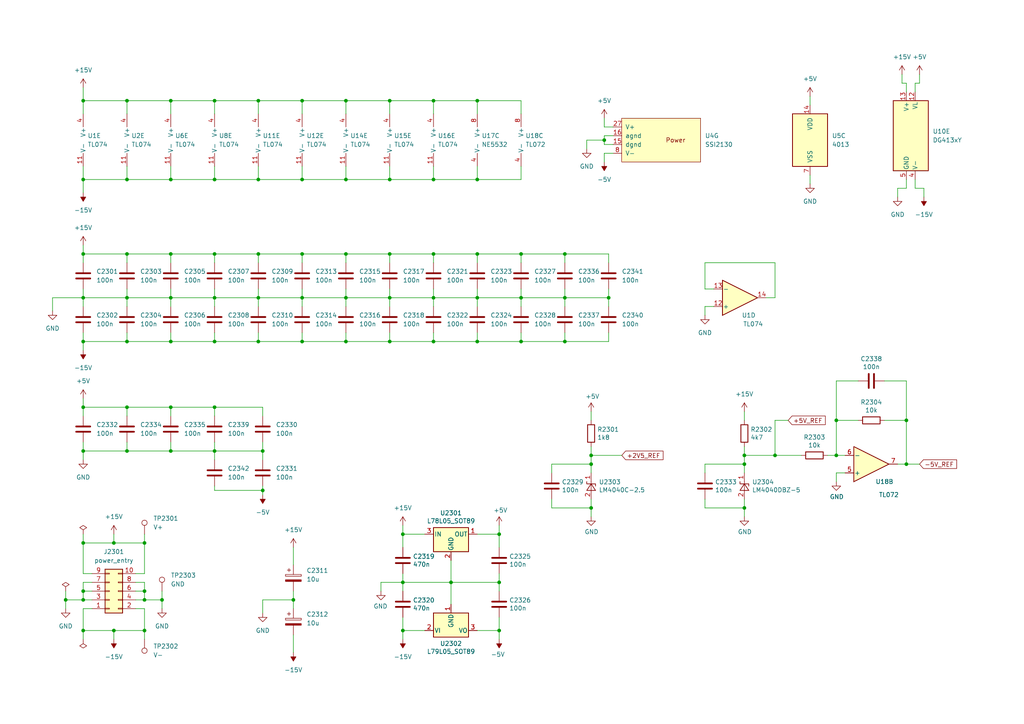
<source format=kicad_sch>
(kicad_sch (version 20211123) (generator eeschema)
  (paper "A4")
  (title_block (title "Josh Ox Ribon Synth Main VCO board") (date "2022-06-18") (rev "0") (comment 2 "creativecommons.org/licences/by/4.0") (comment 3 "license: CC by 4.0") (comment 4 "Author: Jordan Acete"))
  (junction (at 138.43 73.66))
  (junction (at 36.83 99.06))
  (junction (at 262.89 134.62))
  (junction (at 49.53 118.11))
  (junction (at 62.23 29.21))
  (junction (at 125.73 99.06))
  (junction (at 36.83 118.11))
  (junction (at 24.13 29.21))
  (junction (at 215.9 147.32))
  (junction (at 74.93 73.66))
  (junction (at 138.43 52.07))
  (junction (at 76.2 142.24))
  (junction (at 113.03 73.66))
  (junction (at 62.23 118.11))
  (junction (at 151.13 73.66))
  (junction (at 113.03 52.07))
  (junction (at 49.53 29.21))
  (junction (at 24.13 86.36))
  (junction (at 144.78 168.91))
  (junction (at 215.9 134.62))
  (junction (at 49.53 73.66))
  (junction (at 224.79 132.08))
  (junction (at 125.73 86.36))
  (junction (at 138.43 86.36))
  (junction (at 113.03 29.21))
  (junction (at 24.13 52.07))
  (junction (at 144.78 182.88))
  (junction (at 49.53 130.81))
  (junction (at 49.53 52.07))
  (junction (at 74.93 86.36))
  (junction (at 76.2 130.81))
  (junction (at 41.91 182.88))
  (junction (at 125.73 29.21))
  (junction (at 138.43 29.21))
  (junction (at 176.53 86.36))
  (junction (at 138.43 99.06))
  (junction (at 100.33 73.66))
  (junction (at 33.02 182.88))
  (junction (at 116.84 168.91))
  (junction (at 36.83 86.36))
  (junction (at 74.93 29.21))
  (junction (at 116.84 154.94))
  (junction (at 163.83 73.66))
  (junction (at 215.9 132.08))
  (junction (at 87.63 52.07))
  (junction (at 87.63 29.21))
  (junction (at 171.45 147.32))
  (junction (at 163.83 86.36))
  (junction (at 87.63 86.36))
  (junction (at 262.89 121.92))
  (junction (at 151.13 99.06))
  (junction (at 62.23 130.81))
  (junction (at 41.91 173.99))
  (junction (at 87.63 99.06))
  (junction (at 36.83 130.81))
  (junction (at 171.45 134.62))
  (junction (at 163.83 99.06))
  (junction (at 100.33 29.21))
  (junction (at 151.13 86.36))
  (junction (at 36.83 29.21))
  (junction (at 242.57 132.08))
  (junction (at 100.33 52.07))
  (junction (at 87.63 73.66))
  (junction (at 49.53 99.06))
  (junction (at 24.13 157.48))
  (junction (at 62.23 73.66))
  (junction (at 130.81 168.91))
  (junction (at 49.53 86.36))
  (junction (at 171.45 132.08))
  (junction (at 116.84 182.88))
  (junction (at 24.13 130.81))
  (junction (at 74.93 99.06))
  (junction (at 144.78 154.94))
  (junction (at 125.73 52.07))
  (junction (at 24.13 173.99))
  (junction (at 85.09 173.99))
  (junction (at 100.33 99.06))
  (junction (at 24.13 182.88))
  (junction (at 33.02 157.48))
  (junction (at 36.83 52.07))
  (junction (at 41.91 171.45))
  (junction (at 36.83 73.66))
  (junction (at 41.91 157.48))
  (junction (at 24.13 118.11))
  (junction (at 125.73 73.66))
  (junction (at 242.57 121.92))
  (junction (at 113.03 86.36))
  (junction (at 46.99 173.99))
  (junction (at 24.13 171.45))
  (junction (at 62.23 52.07))
  (junction (at 175.26 40.64))
  (junction (at 62.23 99.06))
  (junction (at 24.13 73.66))
  (junction (at 19.05 173.99))
  (junction (at 113.03 99.06))
  (junction (at 62.23 86.36))
  (junction (at 74.93 52.07))
  (junction (at 100.33 86.36))
  (junction (at 24.13 99.06))
  (wire (pts (xy 125.73 29.21) (xy 138.43 29.21)))
  (wire (pts (xy 224.79 76.2) (xy 224.79 86.36)))
  (wire (pts (xy 234.95 50.8) (xy 234.95 53.34)))
  (wire (pts (xy 100.33 86.36) (xy 100.33 88.9)))
  (wire (pts (xy 242.57 132.08) (xy 240.03 132.08)))
  (wire (pts (xy 41.91 157.48) (xy 33.02 157.48)))
  (wire (pts (xy 24.13 171.45) (xy 26.67 171.45)))
  (wire (pts (xy 87.63 86.36) (xy 100.33 86.36)))
  (wire (pts (xy 74.93 88.9) (xy 74.93 86.36)))
  (wire (pts (xy 138.43 52.07) (xy 138.43 48.26)))
  (wire (pts (xy 130.81 162.56) (xy 130.81 168.91)))
  (wire (pts (xy 138.43 52.07) (xy 151.13 52.07)))
  (wire (pts (xy 36.83 73.66) (xy 49.53 73.66)))
  (wire (pts (xy 39.37 171.45) (xy 41.91 171.45)))
  (wire (pts (xy 116.84 154.94) (xy 116.84 158.75)))
  (wire (pts (xy 262.89 52.07) (xy 262.89 54.61)))
  (wire (pts (xy 49.53 118.11) (xy 62.23 118.11)))
  (wire (pts (xy 171.45 149.86) (xy 171.45 147.32)))
  (wire (pts (xy 171.45 137.16) (xy 171.45 134.62)))
  (wire (pts (xy 260.35 134.62) (xy 262.89 134.62)))
  (wire (pts (xy 74.93 52.07) (xy 62.23 52.07)))
  (wire (pts (xy 74.93 29.21) (xy 62.23 29.21)))
  (wire (pts (xy 262.89 134.62) (xy 266.7 134.62)))
  (wire (pts (xy 260.35 54.61) (xy 262.89 54.61)))
  (wire (pts (xy 170.18 40.64) (xy 175.26 40.64)))
  (wire (pts (xy 33.02 182.88) (xy 41.91 182.88)))
  (wire (pts (xy 62.23 96.52) (xy 62.23 99.06)))
  (wire (pts (xy 62.23 140.97) (xy 62.23 142.24)))
  (wire (pts (xy 85.09 184.15) (xy 85.09 189.23)))
  (wire (pts (xy 33.02 182.88) (xy 33.02 185.42)))
  (wire (pts (xy 116.84 166.37) (xy 116.84 168.91)))
  (wire (pts (xy 266.7 21.59) (xy 266.7 24.13)))
  (wire (pts (xy 24.13 83.82) (xy 24.13 86.36)))
  (wire (pts (xy 242.57 121.92) (xy 242.57 110.49)))
  (wire (pts (xy 113.03 73.66) (xy 100.33 73.66)))
  (wire (pts (xy 87.63 52.07) (xy 74.93 52.07)))
  (wire (pts (xy 87.63 96.52) (xy 87.63 99.06)))
  (wire (pts (xy 138.43 182.88) (xy 144.78 182.88)))
  (wire (pts (xy 41.91 166.37) (xy 41.91 157.48)))
  (wire (pts (xy 49.53 86.36) (xy 49.53 88.9)))
  (wire (pts (xy 41.91 176.53) (xy 39.37 176.53)))
  (wire (pts (xy 224.79 121.92) (xy 224.79 132.08)))
  (wire (pts (xy 177.8 41.91) (xy 175.26 41.91)))
  (wire (pts (xy 125.73 83.82) (xy 125.73 86.36)))
  (wire (pts (xy 151.13 99.06) (xy 151.13 96.52)))
  (wire (pts (xy 74.93 99.06) (xy 87.63 99.06)))
  (wire (pts (xy 176.53 76.2) (xy 176.53 73.66)))
  (wire (pts (xy 36.83 52.07) (xy 24.13 52.07)))
  (wire (pts (xy 113.03 99.06) (xy 125.73 99.06)))
  (wire (pts (xy 215.9 121.92) (xy 215.9 119.38)))
  (wire (pts (xy 26.67 176.53) (xy 24.13 176.53)))
  (wire (pts (xy 267.97 57.15) (xy 267.97 54.61)))
  (wire (pts (xy 262.89 110.49) (xy 256.54 110.49)))
  (wire (pts (xy 87.63 29.21) (xy 100.33 29.21)))
  (wire (pts (xy 151.13 86.36) (xy 138.43 86.36)))
  (wire (pts (xy 125.73 29.21) (xy 113.03 29.21)))
  (wire (pts (xy 113.03 88.9) (xy 113.03 86.36)))
  (wire (pts (xy 204.47 88.9) (xy 207.01 88.9)))
  (wire (pts (xy 113.03 86.36) (xy 125.73 86.36)))
  (wire (pts (xy 151.13 73.66) (xy 138.43 73.66)))
  (wire (pts (xy 46.99 171.45) (xy 46.99 173.99)))
  (wire (pts (xy 151.13 86.36) (xy 163.83 86.36)))
  (wire (pts (xy 87.63 73.66) (xy 100.33 73.66)))
  (wire (pts (xy 215.9 132.08) (xy 224.79 132.08)))
  (wire (pts (xy 87.63 86.36) (xy 87.63 88.9)))
  (wire (pts (xy 130.81 168.91) (xy 144.78 168.91)))
  (wire (pts (xy 163.83 99.06) (xy 151.13 99.06)))
  (wire (pts (xy 49.53 118.11) (xy 49.53 120.65)))
  (wire (pts (xy 87.63 99.06) (xy 100.33 99.06)))
  (wire (pts (xy 85.09 171.45) (xy 85.09 173.99)))
  (wire (pts (xy 224.79 132.08) (xy 232.41 132.08)))
  (wire (pts (xy 74.93 99.06) (xy 74.93 96.52)))
  (wire (pts (xy 33.02 157.48) (xy 24.13 157.48)))
  (wire (pts (xy 242.57 139.7) (xy 242.57 137.16)))
  (wire (pts (xy 46.99 176.53) (xy 46.99 173.99)))
  (wire (pts (xy 24.13 29.21) (xy 24.13 33.02)))
  (wire (pts (xy 113.03 52.07) (xy 100.33 52.07)))
  (wire (pts (xy 87.63 73.66) (xy 87.63 76.2)))
  (wire (pts (xy 24.13 86.36) (xy 24.13 88.9)))
  (wire (pts (xy 175.26 40.64) (xy 175.26 39.37)))
  (wire (pts (xy 138.43 99.06) (xy 151.13 99.06)))
  (wire (pts (xy 163.83 73.66) (xy 151.13 73.66)))
  (wire (pts (xy 76.2 130.81) (xy 76.2 133.35)))
  (wire (pts (xy 113.03 86.36) (xy 100.33 86.36)))
  (wire (pts (xy 100.33 29.21) (xy 100.33 33.02)))
  (wire (pts (xy 248.92 121.92) (xy 242.57 121.92)))
  (wire (pts (xy 36.83 130.81) (xy 36.83 128.27)))
  (wire (pts (xy 36.83 48.26) (xy 36.83 52.07)))
  (wire (pts (xy 36.83 88.9) (xy 36.83 86.36)))
  (wire (pts (xy 74.93 86.36) (xy 62.23 86.36)))
  (wire (pts (xy 163.83 86.36) (xy 176.53 86.36)))
  (wire (pts (xy 171.45 147.32) (xy 171.45 144.78)))
  (wire (pts (xy 265.43 52.07) (xy 265.43 54.61)))
  (wire (pts (xy 41.91 154.94) (xy 41.91 157.48)))
  (wire (pts (xy 39.37 166.37) (xy 41.91 166.37)))
  (wire (pts (xy 110.49 171.45) (xy 110.49 168.91)))
  (wire (pts (xy 62.23 130.81) (xy 62.23 133.35)))
  (wire (pts (xy 62.23 128.27) (xy 62.23 130.81)))
  (wire (pts (xy 242.57 132.08) (xy 242.57 121.92)))
  (wire (pts (xy 151.13 76.2) (xy 151.13 73.66)))
  (wire (pts (xy 100.33 73.66) (xy 100.33 76.2)))
  (wire (pts (xy 138.43 29.21) (xy 151.13 29.21)))
  (wire (pts (xy 125.73 73.66) (xy 125.73 76.2)))
  (wire (pts (xy 160.02 144.78) (xy 160.02 147.32)))
  (wire (pts (xy 36.83 120.65) (xy 36.83 118.11)))
  (wire (pts (xy 36.83 130.81) (xy 24.13 130.81)))
  (wire (pts (xy 151.13 29.21) (xy 151.13 33.02)))
  (wire (pts (xy 76.2 177.8) (xy 76.2 173.99)))
  (wire (pts (xy 62.23 86.36) (xy 62.23 88.9)))
  (wire (pts (xy 144.78 154.94) (xy 144.78 158.75)))
  (wire (pts (xy 24.13 182.88) (xy 33.02 182.88)))
  (wire (pts (xy 113.03 52.07) (xy 113.03 48.26)))
  (wire (pts (xy 39.37 173.99) (xy 41.91 173.99)))
  (wire (pts (xy 125.73 52.07) (xy 113.03 52.07)))
  (wire (pts (xy 87.63 29.21) (xy 87.63 33.02)))
  (wire (pts (xy 74.93 86.36) (xy 74.93 83.82)))
  (wire (pts (xy 62.23 52.07) (xy 62.23 48.26)))
  (wire (pts (xy 175.26 41.91) (xy 175.26 40.64)))
  (wire (pts (xy 62.23 118.11) (xy 76.2 118.11)))
  (wire (pts (xy 24.13 168.91) (xy 24.13 171.45)))
  (wire (pts (xy 49.53 99.06) (xy 62.23 99.06)))
  (wire (pts (xy 100.33 96.52) (xy 100.33 99.06)))
  (wire (pts (xy 116.84 168.91) (xy 116.84 171.45)))
  (wire (pts (xy 175.26 46.99) (xy 175.26 44.45)))
  (wire (pts (xy 49.53 52.07) (xy 49.53 48.26)))
  (wire (pts (xy 41.91 173.99) (xy 41.91 171.45)))
  (wire (pts (xy 125.73 52.07) (xy 138.43 52.07)))
  (wire (pts (xy 15.24 86.36) (xy 24.13 86.36)))
  (wire (pts (xy 262.89 110.49) (xy 262.89 121.92)))
  (wire (pts (xy 62.23 73.66) (xy 62.23 76.2)))
  (wire (pts (xy 15.24 90.17) (xy 15.24 86.36)))
  (wire (pts (xy 144.78 179.07) (xy 144.78 182.88)))
  (wire (pts (xy 171.45 132.08) (xy 180.34 132.08)))
  (wire (pts (xy 262.89 121.92) (xy 262.89 134.62)))
  (wire (pts (xy 49.53 73.66) (xy 62.23 73.66)))
  (wire (pts (xy 123.19 182.88) (xy 116.84 182.88)))
  (wire (pts (xy 207.01 83.82) (xy 204.47 83.82)))
  (wire (pts (xy 215.9 134.62) (xy 215.9 132.08)))
  (wire (pts (xy 36.83 118.11) (xy 49.53 118.11)))
  (wire (pts (xy 116.84 168.91) (xy 130.81 168.91)))
  (wire (pts (xy 76.2 142.24) (xy 76.2 143.51)))
  (wire (pts (xy 138.43 73.66) (xy 138.43 76.2)))
  (wire (pts (xy 36.83 76.2) (xy 36.83 73.66)))
  (wire (pts (xy 242.57 110.49) (xy 248.92 110.49)))
  (wire (pts (xy 176.53 99.06) (xy 163.83 99.06)))
  (wire (pts (xy 113.03 76.2) (xy 113.03 73.66)))
  (wire (pts (xy 163.83 76.2) (xy 163.83 73.66)))
  (wire (pts (xy 24.13 171.45) (xy 24.13 173.99)))
  (wire (pts (xy 116.84 185.42) (xy 116.84 182.88)))
  (wire (pts (xy 36.83 99.06) (xy 49.53 99.06)))
  (wire (pts (xy 74.93 73.66) (xy 62.23 73.66)))
  (wire (pts (xy 24.13 157.48) (xy 24.13 166.37)))
  (wire (pts (xy 151.13 86.36) (xy 151.13 83.82)))
  (wire (pts (xy 39.37 168.91) (xy 41.91 168.91)))
  (wire (pts (xy 265.43 24.13) (xy 266.7 24.13)))
  (wire (pts (xy 62.23 83.82) (xy 62.23 86.36)))
  (wire (pts (xy 123.19 154.94) (xy 116.84 154.94)))
  (wire (pts (xy 260.35 54.61) (xy 260.35 57.15)))
  (wire (pts (xy 49.53 130.81) (xy 49.53 128.27)))
  (wire (pts (xy 24.13 166.37) (xy 26.67 166.37)))
  (wire (pts (xy 261.62 21.59) (xy 261.62 24.13)))
  (wire (pts (xy 204.47 144.78) (xy 204.47 147.32)))
  (wire (pts (xy 176.53 73.66) (xy 163.83 73.66)))
  (wire (pts (xy 215.9 147.32) (xy 215.9 149.86)))
  (wire (pts (xy 24.13 176.53) (xy 24.13 182.88)))
  (wire (pts (xy 24.13 99.06) (xy 36.83 99.06)))
  (wire (pts (xy 228.6 121.92) (xy 224.79 121.92)))
  (wire (pts (xy 36.83 29.21) (xy 36.83 33.02)))
  (wire (pts (xy 125.73 29.21) (xy 125.73 33.02)))
  (wire (pts (xy 110.49 168.91) (xy 116.84 168.91)))
  (wire (pts (xy 49.53 73.66) (xy 49.53 76.2)))
  (wire (pts (xy 144.78 185.42) (xy 144.78 182.88)))
  (wire (pts (xy 171.45 134.62) (xy 171.45 132.08)))
  (wire (pts (xy 36.83 86.36) (xy 24.13 86.36)))
  (wire (pts (xy 24.13 115.57) (xy 24.13 118.11)))
  (wire (pts (xy 171.45 132.08) (xy 171.45 129.54)))
  (wire (pts (xy 87.63 52.07) (xy 87.63 48.26)))
  (wire (pts (xy 170.18 40.64) (xy 170.18 43.18)))
  (wire (pts (xy 113.03 73.66) (xy 125.73 73.66)))
  (wire (pts (xy 49.53 52.07) (xy 36.83 52.07)))
  (wire (pts (xy 160.02 147.32) (xy 171.45 147.32)))
  (wire (pts (xy 113.03 29.21) (xy 100.33 29.21)))
  (wire (pts (xy 74.93 73.66) (xy 87.63 73.66)))
  (wire (pts (xy 163.83 86.36) (xy 163.83 88.9)))
  (wire (pts (xy 224.79 86.36) (xy 222.25 86.36)))
  (wire (pts (xy 160.02 134.62) (xy 171.45 134.62)))
  (wire (pts (xy 36.83 99.06) (xy 36.83 96.52)))
  (wire (pts (xy 74.93 86.36) (xy 87.63 86.36)))
  (wire (pts (xy 36.83 86.36) (xy 36.83 83.82)))
  (wire (pts (xy 116.84 182.88) (xy 116.84 179.07)))
  (wire (pts (xy 204.47 83.82) (xy 204.47 76.2)))
  (wire (pts (xy 87.63 29.21) (xy 74.93 29.21)))
  (wire (pts (xy 41.91 171.45) (xy 41.91 168.91)))
  (wire (pts (xy 49.53 29.21) (xy 49.53 33.02)))
  (wire (pts (xy 138.43 96.52) (xy 138.43 99.06)))
  (wire (pts (xy 49.53 83.82) (xy 49.53 86.36)))
  (wire (pts (xy 24.13 25.4) (xy 24.13 29.21)))
  (wire (pts (xy 49.53 29.21) (xy 36.83 29.21)))
  (wire (pts (xy 74.93 76.2) (xy 74.93 73.66)))
  (wire (pts (xy 138.43 29.21) (xy 138.43 33.02)))
  (wire (pts (xy 49.53 96.52) (xy 49.53 99.06)))
  (wire (pts (xy 242.57 137.16) (xy 245.11 137.16)))
  (wire (pts (xy 85.09 158.75) (xy 85.09 163.83)))
  (wire (pts (xy 24.13 55.88) (xy 24.13 52.07)))
  (wire (pts (xy 49.53 29.21) (xy 62.23 29.21)))
  (wire (pts (xy 49.53 52.07) (xy 62.23 52.07)))
  (wire (pts (xy 204.47 137.16) (xy 204.47 134.62)))
  (wire (pts (xy 49.53 86.36) (xy 62.23 86.36)))
  (wire (pts (xy 76.2 128.27) (xy 76.2 130.81)))
  (wire (pts (xy 87.63 83.82) (xy 87.63 86.36)))
  (wire (pts (xy 76.2 140.97) (xy 76.2 142.24)))
  (wire (pts (xy 204.47 91.44) (xy 204.47 88.9)))
  (wire (pts (xy 125.73 86.36) (xy 138.43 86.36)))
  (wire (pts (xy 24.13 128.27) (xy 24.13 130.81)))
  (wire (pts (xy 49.53 130.81) (xy 62.23 130.81)))
  (wire (pts (xy 62.23 142.24) (xy 76.2 142.24)))
  (wire (pts (xy 41.91 185.42) (xy 41.91 182.88)))
  (wire (pts (xy 113.03 99.06) (xy 113.03 96.52)))
  (wire (pts (xy 24.13 48.26) (xy 24.13 52.07)))
  (wire (pts (xy 125.73 86.36) (xy 125.73 88.9)))
  (wire (pts (xy 176.53 86.36) (xy 176.53 88.9)))
  (wire (pts (xy 125.73 96.52) (xy 125.73 99.06)))
  (wire (pts (xy 19.05 171.45) (xy 19.05 173.99)))
  (wire (pts (xy 24.13 118.11) (xy 24.13 120.65)))
  (wire (pts (xy 24.13 99.06) (xy 24.13 101.6)))
  (wire (pts (xy 176.53 96.52) (xy 176.53 99.06)))
  (wire (pts (xy 144.78 154.94) (xy 138.43 154.94)))
  (wire (pts (xy 74.93 29.21) (xy 74.93 33.02)))
  (wire (pts (xy 130.81 175.26) (xy 130.81 168.91)))
  (wire (pts (xy 160.02 137.16) (xy 160.02 134.62)))
  (wire (pts (xy 204.47 147.32) (xy 215.9 147.32)))
  (wire (pts (xy 19.05 173.99) (xy 24.13 173.99)))
  (wire (pts (xy 24.13 96.52) (xy 24.13 99.06)))
  (wire (pts (xy 175.26 36.83) (xy 177.8 36.83)))
  (wire (pts (xy 204.47 76.2) (xy 224.79 76.2)))
  (wire (pts (xy 19.05 176.53) (xy 19.05 173.99)))
  (wire (pts (xy 151.13 52.07) (xy 151.13 48.26)))
  (wire (pts (xy 144.78 168.91) (xy 144.78 166.37)))
  (wire (pts (xy 176.53 86.36) (xy 176.53 83.82)))
  (wire (pts (xy 234.95 27.94) (xy 234.95 30.48)))
  (wire (pts (xy 36.83 118.11) (xy 24.13 118.11)))
  (wire (pts (xy 85.09 173.99) (xy 85.09 176.53)))
  (wire (pts (xy 125.73 52.07) (xy 125.73 48.26)))
  (wire (pts (xy 144.78 152.4) (xy 144.78 154.94)))
  (wire (pts (xy 62.23 29.21) (xy 62.23 33.02)))
  (wire (pts (xy 151.13 88.9) (xy 151.13 86.36)))
  (wire (pts (xy 36.83 130.81) (xy 49.53 130.81)))
  (wire (pts (xy 215.9 144.78) (xy 215.9 147.32)))
  (wire (pts (xy 76.2 118.11) (xy 76.2 120.65)))
  (wire (pts (xy 24.13 133.35) (xy 24.13 130.81)))
  (wire (pts (xy 46.99 173.99) (xy 41.91 173.99)))
  (wire (pts (xy 163.83 96.52) (xy 163.83 99.06)))
  (wire (pts (xy 74.93 52.07) (xy 74.93 48.26)))
  (wire (pts (xy 125.73 73.66) (xy 138.43 73.66)))
  (wire (pts (xy 24.13 71.12) (xy 24.13 73.66)))
  (wire (pts (xy 175.26 44.45) (xy 177.8 44.45)))
  (wire (pts (xy 171.45 119.38) (xy 171.45 121.92)))
  (wire (pts (xy 87.63 52.07) (xy 100.33 52.07)))
  (wire (pts (xy 33.02 154.94) (xy 33.02 157.48)))
  (wire (pts (xy 36.83 73.66) (xy 24.13 73.66)))
  (wire (pts (xy 24.13 168.91) (xy 26.67 168.91)))
  (wire (pts (xy 76.2 173.99) (xy 85.09 173.99)))
  (wire (pts (xy 204.47 134.62) (xy 215.9 134.62)))
  (wire (pts (xy 265.43 24.13) (xy 265.43 26.67)))
  (wire (pts (xy 41.91 182.88) (xy 41.91 176.53)))
  (wire (pts (xy 215.9 137.16) (xy 215.9 134.62)))
  (wire (pts (xy 256.54 121.92) (xy 262.89 121.92)))
  (wire (pts (xy 24.13 185.42) (xy 24.13 182.88)))
  (wire (pts (xy 144.78 171.45) (xy 144.78 168.91)))
  (wire (pts (xy 62.23 99.06) (xy 74.93 99.06)))
  (wire (pts (xy 125.73 99.06) (xy 138.43 99.06)))
  (wire (pts (xy 36.83 86.36) (xy 49.53 86.36)))
  (wire (pts (xy 215.9 132.08) (xy 215.9 129.54)))
  (wire (pts (xy 262.89 26.67) (xy 262.89 24.13)))
  (wire (pts (xy 175.26 34.29) (xy 175.26 36.83)))
  (wire (pts (xy 26.67 173.99) (xy 24.13 173.99)))
  (wire (pts (xy 100.33 52.07) (xy 100.33 48.26)))
  (wire (pts (xy 138.43 83.82) (xy 138.43 86.36)))
  (wire (pts (xy 175.26 39.37) (xy 177.8 39.37)))
  (wire (pts (xy 267.97 54.61) (xy 265.43 54.61)))
  (wire (pts (xy 62.23 118.11) (xy 62.23 120.65)))
  (wire (pts (xy 245.11 132.08) (xy 242.57 132.08)))
  (wire (pts (xy 138.43 86.36) (xy 138.43 88.9)))
  (wire (pts (xy 163.83 83.82) (xy 163.83 86.36)))
  (wire (pts (xy 100.33 99.06) (xy 113.03 99.06)))
  (wire (pts (xy 24.13 154.94) (xy 24.13 157.48)))
  (wire (pts (xy 262.89 24.13) (xy 261.62 24.13)))
  (wire (pts (xy 24.13 73.66) (xy 24.13 76.2)))
  (wire (pts (xy 113.03 29.21) (xy 113.03 33.02)))
  (wire (pts (xy 113.03 86.36) (xy 113.03 83.82)))
  (wire (pts (xy 36.83 29.21) (xy 24.13 29.21)))
  (wire (pts (xy 116.84 152.4) (xy 116.84 154.94)))
  (wire (pts (xy 100.33 83.82) (xy 100.33 86.36)))
  (wire (pts (xy 62.23 130.81) (xy 76.2 130.81)))
  (global_label "+2V5_REF" (shape input) (at 180.34 132.08 0) (property "Intersheet References" "${INTERSHEET_REFS}" (effects hide)))
  (global_label "+5V_REF" (shape input) (at 228.6 121.92 0) (property "Intersheet References" "${INTERSHEET_REFS}" (effects hide)))
  (global_label "-5V_REF" (shape input) (at 266.7 134.62 0) (property "Intersheet References" "${INTERSHEET_REFS}" (effects hide)))
  (symbol (lib_id "Amplifier_Operational:TL074") (at 115.57 40.64 0) (unit 5)
    (property "Reference" "U15" (at 114.3 39.3699 0) (effects (justify left)))
    (property "Value" "TL074" (at 114.3 41.9099 0) (effects (justify left)))
    (property "Footprint" "Package_SO:SOIC-14_3.9x8.7mm_P1.27mm" (effects hide))
    (property "Datasheet" "http://www.ti.com/lit/ds/symlink/tl071.pdf" (effects hide))
  )
  (symbol (lib_id "Device:C") (at 87.63 80.01 0) (unit 1)
    (property "Reference" "C2313" (at 91.44 78.7399 0) (effects (justify left)))
    (property "Value" "100n" (at 91.44 81.2799 0) (effects (justify left)))
    (property "Footprint" "Capacitor_SMD:C_0805_2012Metric" (effects hide))
  )
  (symbol (lib_id "Connector:TestPoint") (at 41.91 185.42 180) (unit 1) (in_bom no)
    (property "Reference" "TP2302" (at 44.45 187.4519 0) (effects (justify right)))
    (property "Value" "V-" (at 44.45 189.9919 0) (effects (justify right)))
    (property "Footprint" "TestPoint:TestPoint_Keystone_5000-5004_Miniature" (effects hide))
  )
  (symbol (lib_id "Regulator_Linear:L79L05_SOT89") (at 130.81 182.88 0) (unit 1)
    (property "Reference" "U2302" (at 130.81 186.6646 0))
    (property "Value" "L79L05_SOT89" (at 130.81 188.976 0))
    (property "Footprint" "Package_TO_SOT_SMD:SOT-89-3" (effects hide))
    (property "Datasheet" "http://www.farnell.com/datasheets/1827870.pdf" (effects hide))
  )
  (symbol (lib_id "power:GND") (at 110.49 171.45 0) (mirror y) (unit 1)
    (property "Reference" "#PWR02313" (effects hide))
    (property "Value" "GND" (at 110.363 175.8442 0))
  )
  (symbol (lib_id "Device:C") (at 160.02 140.97 0) (unit 1)
    (property "Reference" "C2329" (at 162.941 139.8016 0) (effects (justify left)))
    (property "Value" "100n" (at 162.941 142.113 0) (effects (justify left)))
    (property "Footprint" "Capacitor_SMD:C_0805_2012Metric" (effects hide))
  )
  (symbol (lib_id "Device:R") (at 215.9 125.73 0) (unit 1)
    (property "Reference" "R2302" (at 217.678 124.5616 0) (effects (justify left)))
    (property "Value" "4k7" (at 217.678 126.873 0) (effects (justify left)))
    (property "Footprint" "Resistor_SMD:R_0805_2012Metric" (effects hide))
  )
  (symbol (lib_id "Device:C") (at 24.13 124.46 0) (unit 1)
    (property "Reference" "C2332" (at 27.94 123.1899 0) (effects (justify left)))
    (property "Value" "100n" (at 27.94 125.7299 0) (effects (justify left)))
    (property "Footprint" "Capacitor_SMD:C_0805_2012Metric" (effects hide))
  )
  (symbol (lib_id "Connector:TestPoint") (at 46.99 171.45 0) (unit 1) (in_bom no)
    (property "Reference" "TP2303" (at 49.53 166.8779 0) (effects (justify left)))
    (property "Value" "GND" (at 49.53 169.4179 0) (effects (justify left)))
    (property "Footprint" "TestPoint:TestPoint_Bridge_Pitch7.62mm_Drill1.3mm" (effects hide))
  )
  (symbol (lib_id "Device:R") (at 171.45 125.73 0) (unit 1)
    (property "Reference" "R2301" (at 173.228 124.5616 0) (effects (justify left)))
    (property "Value" "1k8" (at 173.228 126.873 0) (effects (justify left)))
    (property "Footprint" "Resistor_SMD:R_0805_2012Metric" (effects hide))
  )
  (symbol (lib_id "power:+5V") (at 171.45 119.38 0) (unit 1)
    (property "Reference" "#PWR02322" (effects hide))
    (property "Value" "+5V" (at 171.831 114.9858 0))
  )
  (symbol (lib_id "power:-15V") (at 33.02 185.42 180) (unit 1)
    (property "Reference" "#PWR02308" (effects hide))
    (property "Value" "-15V" (at 33.02 190.5 0))
  )
  (symbol (lib_id "Device:C") (at 138.43 80.01 0) (unit 1)
    (property "Reference" "C2323" (at 142.24 78.7399 0) (effects (justify left)))
    (property "Value" "100n" (at 142.24 81.2799 0) (effects (justify left)))
    (property "Footprint" "Capacitor_SMD:C_0805_2012Metric" (effects hide))
  )
  (symbol (lib_id "Device:C") (at 49.53 92.71 0) (unit 1)
    (property "Reference" "C2306" (at 53.34 91.4399 0) (effects (justify left)))
    (property "Value" "100n" (at 53.34 93.9799 0) (effects (justify left)))
    (property "Footprint" "Capacitor_SMD:C_0805_2012Metric" (effects hide))
  )
  (symbol (lib_id "Device:C") (at 176.53 92.71 0) (unit 1)
    (property "Reference" "C2340" (at 180.34 91.4399 0) (effects (justify left)))
    (property "Value" "100n" (at 180.34 93.9799 0) (effects (justify left)))
    (property "Footprint" "Capacitor_SMD:C_0805_2012Metric" (effects hide))
  )
  (symbol (lib_id "Device:R") (at 252.73 121.92 270) (unit 1)
    (property "Reference" "R2304" (at 252.73 116.6622 90))
    (property "Value" "10k" (at 252.73 118.9736 90))
    (property "Footprint" "Resistor_SMD:R_0805_2012Metric" (effects hide))
  )
  (symbol (lib_id "Reference_Voltage:LM4040DBZ-2.5") (at 171.45 140.97 90) (unit 1)
    (property "Reference" "U2303" (at 173.6852 139.8016 90) (effects (justify right)))
    (property "Value" "LM4040C-2.5" (at 173.6852 142.113 90) (effects (justify right)))
    (property "Footprint" "Package_TO_SOT_SMD:SOT-23" (effects hide))
    (property "Datasheet" "http://www.ti.com/lit/ds/symlink/lm4040-n.pdf" (effects hide))
  )
  (symbol (lib_id "Device:C") (at 163.83 92.71 0) (unit 1)
    (property "Reference" "C2337" (at 167.64 91.4399 0) (effects (justify left)))
    (property "Value" "100n" (at 167.64 93.9799 0) (effects (justify left)))
    (property "Footprint" "Capacitor_SMD:C_0805_2012Metric" (effects hide))
  )
  (symbol (lib_id "power:+15V") (at 116.84 152.4 0) (unit 1)
    (property "Reference" "#PWR0110" (effects hide))
    (property "Value" "+15V" (at 116.84 147.32 0))
  )
  (symbol (lib_id "Device:C") (at 125.73 80.01 0) (unit 1)
    (property "Reference" "C2321" (at 129.54 78.7399 0) (effects (justify left)))
    (property "Value" "100n" (at 129.54 81.2799 0) (effects (justify left)))
    (property "Footprint" "Capacitor_SMD:C_0805_2012Metric" (effects hide))
  )
  (symbol (lib_id "Amplifier_Operational:TL074") (at 90.17 40.64 0) (unit 5)
    (property "Reference" "U12" (at 88.9 39.3699 0) (effects (justify left)))
    (property "Value" "TL074" (at 88.9 41.9099 0) (effects (justify left)))
    (property "Footprint" "Package_SO:SOIC-14_3.9x8.7mm_P1.27mm" (effects hide))
    (property "Datasheet" "http://www.ti.com/lit/ds/symlink/tl071.pdf" (effects hide))
  )
  (symbol (lib_id "power:-15V") (at 24.13 55.88 180) (unit 1)
    (property "Reference" "#PWR02304" (effects hide))
    (property "Value" "-15V" (at 24.13 60.96 0))
  )
  (symbol (lib_id "Device:C") (at 163.83 80.01 0) (unit 1)
    (property "Reference" "C2336" (at 167.64 78.7399 0) (effects (justify left)))
    (property "Value" "100n" (at 167.64 81.2799 0) (effects (justify left)))
    (property "Footprint" "Capacitor_SMD:C_0805_2012Metric" (effects hide))
  )
  (symbol (lib_id "Device:C") (at 49.53 124.46 0) (unit 1)
    (property "Reference" "C2335" (at 53.34 123.1899 0) (effects (justify left)))
    (property "Value" "100n" (at 53.34 125.7299 0) (effects (justify left)))
    (property "Footprint" "Capacitor_SMD:C_0805_2012Metric" (effects hide))
  )
  (symbol (lib_id "Device:C") (at 100.33 92.71 0) (unit 1)
    (property "Reference" "C2316" (at 104.14 91.4399 0) (effects (justify left)))
    (property "Value" "100n" (at 104.14 93.9799 0) (effects (justify left)))
    (property "Footprint" "Capacitor_SMD:C_0805_2012Metric" (effects hide))
  )
  (symbol (lib_id "power:-15V") (at 267.97 57.15 180) (unit 1)
    (property "Reference" "#PWR0117" (effects hide))
    (property "Value" "-15V" (at 267.97 62.23 0))
  )
  (symbol (lib_id "power:-15V") (at 24.13 101.6 180) (unit 1)
    (property "Reference" "#PWR02306" (effects hide))
    (property "Value" "-15V" (at 24.13 106.68 0))
  )
  (symbol (lib_id "Regulator_Linear:L78L05_SOT89") (at 130.81 154.94 0) (unit 1)
    (property "Reference" "U2301" (at 130.81 148.7932 0))
    (property "Value" "L78L05_SOT89" (at 130.81 151.1046 0))
    (property "Footprint" "Package_TO_SOT_SMD:SOT-89-3" (effects hide))
    (property "Datasheet" "http://www.st.com/content/ccc/resource/technical/document/datasheet/15/55/e5/aa/23/5b/43/fd/CD00000446.pdf/files/CD00000446.pdf/jcr:content/translations/en.CD00000446.pdf" (effects hide))
  )
  (symbol (lib_id "Device:C") (at 151.13 92.71 0) (unit 1)
    (property "Reference" "C2328" (at 154.94 91.4399 0) (effects (justify left)))
    (property "Value" "100n" (at 154.94 93.9799 0) (effects (justify left)))
    (property "Footprint" "Capacitor_SMD:C_0805_2012Metric" (effects hide))
  )
  (symbol (lib_id "Device:C") (at 116.84 162.56 0) (unit 1)
    (property "Reference" "C2319" (at 119.761 161.3916 0) (effects (justify left)))
    (property "Value" "470n" (at 119.761 163.703 0) (effects (justify left)))
    (property "Footprint" "Capacitor_SMD:C_0805_2012Metric" (effects hide))
  )
  (symbol (lib_id "power:+15V") (at 24.13 71.12 0) (unit 1)
    (property "Reference" "#PWR02305" (effects hide))
    (property "Value" "+15V" (at 24.13 66.04 0))
  )
  (symbol (lib_id "power:GND") (at 46.99 176.53 0) (unit 1)
    (property "Reference" "#PWR02309" (effects hide))
    (property "Value" "GND" (at 46.99 181.61 0))
  )
  (symbol (lib_id "power:GND") (at 242.57 139.7 0) (unit 1)
    (property "Reference" "#PWR02336" (effects hide))
    (property "Value" "GND" (at 242.697 144.0942 0))
  )
  (symbol (lib_id "Device:C") (at 76.2 137.16 0) (unit 1)
    (property "Reference" "C2331" (at 80.01 135.8899 0) (effects (justify left)))
    (property "Value" "100n" (at 80.01 138.4299 0) (effects (justify left)))
    (property "Footprint" "Capacitor_SMD:C_0805_2012Metric" (effects hide))
  )
  (symbol (lib_id "power:GND") (at 215.9 149.86 0) (unit 1)
    (property "Reference" "#PWR02331" (effects hide))
    (property "Value" "GND" (at 216.027 154.2542 0))
  )
  (symbol (lib_id "Device:C") (at 100.33 80.01 0) (unit 1)
    (property "Reference" "C2315" (at 104.14 78.7399 0) (effects (justify left)))
    (property "Value" "100n" (at 104.14 81.2799 0) (effects (justify left)))
    (property "Footprint" "Capacitor_SMD:C_0805_2012Metric" (effects hide))
  )
  (symbol (lib_id "power:+5V") (at 266.7 21.59 0) (unit 1)
    (property "Reference" "#PWR0118" (effects hide))
    (property "Value" "+5V" (at 266.7 16.51 0))
  )
  (symbol (lib_id "Amplifier_Operational:TL074") (at 64.77 40.64 0) (unit 5)
    (property "Reference" "U8" (at 63.5 39.3699 0) (effects (justify left)))
    (property "Value" "TL074" (at 63.5 41.9099 0) (effects (justify left)))
    (property "Footprint" "Package_SO:SOIC-14_3.9x8.7mm_P1.27mm" (effects hide))
    (property "Datasheet" "http://www.ti.com/lit/ds/symlink/tl071.pdf" (effects hide))
  )
  (symbol (lib_id "Device:C") (at 62.23 137.16 0) (unit 1)
    (property "Reference" "C2342" (at 66.04 135.8899 0) (effects (justify left)))
    (property "Value" "100n" (at 66.04 138.4299 0) (effects (justify left)))
    (property "Footprint" "Capacitor_SMD:C_0805_2012Metric" (effects hide))
  )
  (symbol (lib_id "Device:C") (at 113.03 92.71 0) (unit 1)
    (property "Reference" "C2318" (at 116.84 91.4399 0) (effects (justify left)))
    (property "Value" "100n" (at 116.84 93.9799 0) (effects (justify left)))
    (property "Footprint" "Capacitor_SMD:C_0805_2012Metric" (effects hide))
  )
  (symbol (lib_id "power:GND") (at 24.13 133.35 0) (unit 1)
    (property "Reference" "#PWR02327" (effects hide))
    (property "Value" "GND" (at 24.13 138.43 0))
  )
  (symbol (lib_id "4xxx:4013") (at 234.95 40.64 0) (unit 3)
    (property "Reference" "U5" (at 241.3 39.3699 0) (effects (justify left)))
    (property "Value" "4013" (at 241.3 41.9099 0) (effects (justify left)))
    (property "Footprint" "Package_SO:SOIC-14_3.9x8.7mm_P1.27mm" (effects hide))
    (property "Datasheet" "http://www.onsemi.com/pub/Collateral/MC14013B-D.PDF" (effects hide))
  )
  (symbol (lib_id "Analog_Switch:DG413xY") (at 262.89 39.37 0) (unit 5)
    (property "Reference" "U10" (at 270.51 38.0999 0) (effects (justify left)))
    (property "Value" "DG413xY" (at 270.51 40.6399 0) (effects (justify left)))
    (property "Footprint" "Package_SO:SOIC-16_3.9x9.9mm_P1.27mm" (effects hide))
    (property "Datasheet" "https://datasheets.maximintegrated.com/en/ds/DG411-DG413.pdf" (effects hide))
  )
  (symbol (lib_id "Device:C") (at 252.73 110.49 270) (unit 1)
    (property "Reference" "C2338" (at 252.73 104.0892 90))
    (property "Value" "100n" (at 252.73 106.4006 90))
    (property "Footprint" "Capacitor_SMD:C_0805_2012Metric" (effects hide))
  )
  (symbol (lib_id "Device:C") (at 36.83 124.46 0) (unit 1)
    (property "Reference" "C2334" (at 40.64 123.1899 0) (effects (justify left)))
    (property "Value" "100n" (at 40.64 125.7299 0) (effects (justify left)))
    (property "Footprint" "Capacitor_SMD:C_0805_2012Metric" (effects hide))
  )
  (symbol (lib_id "power:GND") (at 204.47 91.44 0) (unit 1)
    (property "Reference" "#PWR0119" (effects hide))
    (property "Value" "GND" (at 204.47 96.52 0))
  )
  (symbol (lib_id "Device:C") (at 113.03 80.01 0) (unit 1)
    (property "Reference" "C2317" (at 116.84 78.7399 0) (effects (justify left)))
    (property "Value" "100n" (at 116.84 81.2799 0) (effects (justify left)))
    (property "Footprint" "Capacitor_SMD:C_0805_2012Metric" (effects hide))
  )
  (symbol (lib_id "power:+15V") (at 85.09 158.75 0) (unit 1)
    (property "Reference" "#PWR02311" (effects hide))
    (property "Value" "+15V" (at 85.09 153.67 0))
  )
  (symbol (lib_id "power:PWR_FLAG") (at 19.05 171.45 0) (unit 1)
    (property "Reference" "#FLG02301" (effects hide))
    (property "Value" "PWR_FLAG" (effects hide))
  )
  (symbol (lib_id "power:-15V") (at 85.09 189.23 180) (unit 1)
    (property "Reference" "#PWR02312" (effects hide))
    (property "Value" "-15V" (at 85.09 194.31 0))
  )
  (symbol (lib_id "Device:C") (at 87.63 92.71 0) (unit 1)
    (property "Reference" "C2314" (at 91.44 91.4399 0) (effects (justify left)))
    (property "Value" "100n" (at 91.44 93.9799 0) (effects (justify left)))
    (property "Footprint" "Capacitor_SMD:C_0805_2012Metric" (effects hide))
  )
  (symbol (lib_id "Amplifier_Operational:TL074") (at 77.47 40.64 0) (unit 5)
    (property "Reference" "U11" (at 76.2 39.3699 0) (effects (justify left)))
    (property "Value" "TL074" (at 76.2 41.9099 0) (effects (justify left)))
    (property "Footprint" "Package_SO:SOIC-14_3.9x8.7mm_P1.27mm" (effects hide))
    (property "Datasheet" "http://www.ti.com/lit/ds/symlink/tl071.pdf" (effects hide))
  )
  (symbol (lib_id "Device:C") (at 74.93 80.01 0) (unit 1)
    (property "Reference" "C2309" (at 78.74 78.7399 0) (effects (justify left)))
    (property "Value" "100n" (at 78.74 81.2799 0) (effects (justify left)))
    (property "Footprint" "Capacitor_SMD:C_0805_2012Metric" (effects hide))
  )
  (symbol (lib_id "power:GND") (at 234.95 53.34 0) (unit 1)
    (property "Reference" "#PWR02329" (effects hide))
    (property "Value" "GND" (at 234.95 58.42 0))
  )
  (symbol (lib_id "power:+5V") (at 24.13 115.57 0) (unit 1)
    (property "Reference" "#PWR02326" (effects hide))
    (property "Value" "+5V" (at 24.13 110.49 0))
  )
  (symbol (lib_id "Device:C") (at 144.78 175.26 0) (unit 1)
    (property "Reference" "C2326" (at 147.701 174.0916 0) (effects (justify left)))
    (property "Value" "100n" (at 147.701 176.403 0) (effects (justify left)))
    (property "Footprint" "Capacitor_SMD:C_0805_2012Metric" (effects hide))
  )
  (symbol (lib_id "power:GND") (at 19.05 176.53 0) (mirror y) (unit 1)
    (property "Reference" "#PWR02302" (effects hide))
    (property "Value" "GND" (at 19.05 181.61 0))
  )
  (symbol (lib_id "Amplifier_Operational:TL074") (at 128.27 40.64 0) (unit 5)
    (property "Reference" "U16" (at 127 39.3699 0) (effects (justify left)))
    (property "Value" "TL074" (at 127 41.9099 0) (effects (justify left)))
    (property "Footprint" "Package_SO:SOIC-14_3.9x8.7mm_P1.27mm" (effects hide))
    (property "Datasheet" "http://www.ti.com/lit/ds/symlink/tl071.pdf" (effects hide))
  )
  (symbol (lib_id "power:+15V") (at 24.13 25.4 0) (unit 1)
    (property "Reference" "#PWR02303" (effects hide))
    (property "Value" "+15V" (at 24.13 20.32 0))
  )
  (symbol (lib_id "Device:C") (at 125.73 92.71 0) (unit 1)
    (property "Reference" "C2322" (at 129.54 91.4399 0) (effects (justify left)))
    (property "Value" "100n" (at 129.54 93.9799 0) (effects (justify left)))
    (property "Footprint" "Capacitor_SMD:C_0805_2012Metric" (effects hide))
  )
  (symbol (lib_id "Amplifier_Operational:TL074") (at 214.63 86.36 0) (mirror x) (unit 4)
    (property "Reference" "U1" (at 217.17 91.44 0))
    (property "Value" "TL074" (at 218.44 93.98 0))
    (property "Datasheet" "http://www.ti.com/lit/ds/symlink/tl071.pdf" (effects hide))
  )
  (symbol (lib_id "Amplifier_Operational:TL074") (at 39.37 40.64 0) (unit 5)
    (property "Reference" "U2" (at 38.1 39.3699 0) (effects (justify left)))
    (property "Value" "TL074" (at 38.1 41.9099 0) (effects (justify left)))
    (property "Footprint" "Package_SO:SOIC-14_3.9x8.7mm_P1.27mm" (effects hide))
    (property "Datasheet" "http://www.ti.com/lit/ds/symlink/tl071.pdf" (effects hide))
  )
  (symbol (lib_id "power:GND") (at 171.45 149.86 0) (unit 1)
    (property "Reference" "#PWR02323" (effects hide))
    (property "Value" "GND" (at 171.577 154.2542 0))
  )
  (symbol (lib_id "Device:C") (at 36.83 80.01 0) (unit 1)
    (property "Reference" "C2303" (at 40.64 78.7399 0) (effects (justify left)))
    (property "Value" "100n" (at 40.64 81.2799 0) (effects (justify left)))
    (property "Footprint" "Capacitor_SMD:C_0805_2012Metric" (effects hide))
  )
  (symbol (lib_id "Device:C") (at 36.83 92.71 0) (unit 1)
    (property "Reference" "C2304" (at 40.64 91.4399 0) (effects (justify left)))
    (property "Value" "100n" (at 40.64 93.9799 0) (effects (justify left)))
    (property "Footprint" "Capacitor_SMD:C_0805_2012Metric" (effects hide))
  )
  (symbol (lib_id "Connector:TestPoint") (at 41.91 154.94 0) (unit 1) (in_bom no)
    (property "Reference" "TP2301" (at 44.45 150.3679 0) (effects (justify left)))
    (property "Value" "V+" (at 44.45 152.9079 0) (effects (justify left)))
    (property "Footprint" "TestPoint:TestPoint_Keystone_5000-5004_Miniature" (effects hide))
  )
  (symbol (lib_id "Device:C") (at 62.23 80.01 0) (unit 1)
    (property "Reference" "C2307" (at 66.04 78.7399 0) (effects (justify left)))
    (property "Value" "100n" (at 66.04 81.2799 0) (effects (justify left)))
    (property "Footprint" "Capacitor_SMD:C_0805_2012Metric" (effects hide))
  )
  (symbol (lib_id "power:+5V") (at 234.95 27.94 0) (unit 1)
    (property "Reference" "#PWR02328" (effects hide))
    (property "Value" "+5V" (at 234.95 22.86 0))
  )
  (symbol (lib_id "Device:C") (at 76.2 124.46 0) (unit 1)
    (property "Reference" "C2330" (at 80.01 123.1899 0) (effects (justify left)))
    (property "Value" "100n" (at 80.01 125.7299 0) (effects (justify left)))
    (property "Footprint" "Capacitor_SMD:C_0805_2012Metric" (effects hide))
  )
  (symbol (lib_id "Device:C_Polarized") (at 85.09 167.64 0) (unit 1)
    (property "Reference" "C2311" (at 88.9 165.4809 0) (effects (justify left)))
    (property "Value" "10u" (at 88.9 168.0209 0) (effects (justify left)))
    (property "Footprint" "Capacitor_THT:CP_Radial_D6.3mm_P2.50mm" (effects hide))
  )
  (symbol (lib_id "power:GND") (at 170.18 43.18 0) (unit 1)
    (property "Reference" "#PWR02318" (effects hide))
    (property "Value" "GND" (at 170.18 48.26 0))
  )
  (symbol (lib_id "Device:C") (at 74.93 92.71 0) (unit 1)
    (property "Reference" "C2310" (at 78.74 91.4399 0) (effects (justify left)))
    (property "Value" "100n" (at 78.74 93.9799 0) (effects (justify left)))
    (property "Footprint" "Capacitor_SMD:C_0805_2012Metric" (effects hide))
  )
  (symbol (lib_id "power:-5V") (at 175.26 46.99 180) (unit 1)
    (property "Reference" "#PWR02320" (effects hide))
    (property "Value" "-5V" (at 175.26 52.07 0))
  )
  (symbol (lib_id "Device:C") (at 204.47 140.97 0) (unit 1)
    (property "Reference" "C2333" (at 207.391 139.8016 0) (effects (justify left)))
    (property "Value" "100n" (at 207.391 142.113 0) (effects (justify left)))
    (property "Footprint" "Capacitor_SMD:C_0805_2012Metric" (effects hide))
  )
  (symbol (lib_id "Device:C") (at 144.78 162.56 0) (unit 1)
    (property "Reference" "C2325" (at 147.701 161.3916 0) (effects (justify left)))
    (property "Value" "100n" (at 147.701 163.703 0) (effects (justify left)))
    (property "Footprint" "Capacitor_SMD:C_0805_2012Metric" (effects hide))
  )
  (symbol (lib_id "power:GND") (at 76.2 177.8 0) (unit 1)
    (property "Reference" "#PWR02310" (effects hide))
    (property "Value" "GND" (at 76.2 182.88 0))
  )
  (symbol (lib_id "custom_symbols:SSI2130") (at 191.77 40.64 0) (unit 7)
    (property "Reference" "U4" (at 204.47 39.3699 0) (effects (justify left)))
    (property "Value" "SSI2130" (at 204.47 41.9099 0) (effects (justify left)))
    (property "Footprint" "custom_footprints:PQN32_HandSoldering" (effects hide))
  )
  (symbol (lib_id "Amplifier_Operational:TL074") (at 52.07 40.64 0) (unit 5)
    (property "Reference" "U6" (at 50.8 39.3699 0) (effects (justify left)))
    (property "Value" "TL074" (at 50.8 41.9099 0) (effects (justify left)))
    (property "Footprint" "Package_SO:SOIC-14_3.9x8.7mm_P1.27mm" (effects hide))
    (property "Datasheet" "http://www.ti.com/lit/ds/symlink/tl071.pdf" (effects hide))
  )
  (symbol (lib_id "Device:C") (at 24.13 80.01 0) (unit 1)
    (property "Reference" "C2301" (at 27.94 78.7399 0) (effects (justify left)))
    (property "Value" "100n" (at 27.94 81.2799 0) (effects (justify left)))
    (property "Footprint" "Capacitor_SMD:C_0805_2012Metric" (effects hide))
  )
  (symbol (lib_id "Device:C") (at 138.43 92.71 0) (unit 1)
    (property "Reference" "C2324" (at 142.24 91.4399 0) (effects (justify left)))
    (property "Value" "100n" (at 142.24 93.9799 0) (effects (justify left)))
    (property "Footprint" "Capacitor_SMD:C_0805_2012Metric" (effects hide))
  )
  (symbol (lib_id "Device:C") (at 62.23 124.46 0) (unit 1)
    (property "Reference" "C2339" (at 66.04 123.1899 0) (effects (justify left)))
    (property "Value" "100n" (at 66.04 125.7299 0) (effects (justify left)))
    (property "Footprint" "Capacitor_SMD:C_0805_2012Metric" (effects hide))
  )
  (symbol (lib_id "power:PWR_FLAG") (at 24.13 154.94 0) (unit 1)
    (property "Reference" "#FLG02302" (effects hide))
    (property "Value" "PWR_FLAG" (effects hide))
  )
  (symbol (lib_id "Device:C_Polarized") (at 85.09 180.34 0) (unit 1)
    (property "Reference" "C2312" (at 88.9 178.1809 0) (effects (justify left)))
    (property "Value" "10u" (at 88.9 180.7209 0) (effects (justify left)))
    (property "Footprint" "Capacitor_THT:CP_Radial_D6.3mm_P2.50mm" (effects hide))
  )
  (symbol (lib_id "power:GND") (at 15.24 90.17 0) (unit 1)
    (property "Reference" "#PWR02301" (effects hide))
    (property "Value" "GND" (at 15.24 95.25 0))
  )
  (symbol (lib_id "power:GND") (at 260.35 57.15 0) (unit 1)
    (property "Reference" "#PWR02332" (effects hide))
    (property "Value" "GND" (at 260.35 62.23 0))
  )
  (symbol (lib_id "Amplifier_Operational:TL074") (at 26.67 40.64 0) (unit 5)
    (property "Reference" "U1" (at 25.4 39.3699 0) (effects (justify left)))
    (property "Value" "TL074" (at 25.4 41.9099 0) (effects (justify left)))
    (property "Footprint" "Package_SO:SOIC-14_3.9x8.7mm_P1.27mm" (effects hide))
    (property "Datasheet" "http://www.ti.com/lit/ds/symlink/tl071.pdf" (effects hide))
  )
  (symbol (lib_id "power:+15V") (at 33.02 154.94 0) (unit 1)
    (property "Reference" "#PWR02307" (effects hide))
    (property "Value" "+15V" (at 33.02 149.86 0))
  )
  (symbol (lib_id "Connector_Generic:Conn_02x05_Odd_Even") (at 31.75 171.45 0) (mirror x) (unit 1)
    (property "Reference" "J2301" (at 33.02 160.02 0))
    (property "Value" "power_entry" (at 33.02 162.56 0))
    (property "Footprint" "Connector_IDC:IDC-Header_2x05_P2.54mm_Vertical" (effects hide))
  )
  (symbol (lib_id "power:+15V") (at 261.62 21.59 0) (unit 1)
    (property "Reference" "#PWR0116" (effects hide))
    (property "Value" "+15V" (at 261.62 16.51 0))
  )
  (symbol (lib_id "Device:C") (at 151.13 80.01 0) (unit 1)
    (property "Reference" "C2327" (at 154.94 78.7399 0) (effects (justify left)))
    (property "Value" "100n" (at 154.94 81.2799 0) (effects (justify left)))
    (property "Footprint" "Capacitor_SMD:C_0805_2012Metric" (effects hide))
  )
  (symbol (lib_id "Amplifier_Operational:NE5532") (at 140.97 40.64 0) (unit 3)
    (property "Reference" "U17" (at 139.7 39.3699 0) (effects (justify left)))
    (property "Value" "NE5532" (at 139.7 41.9099 0) (effects (justify left)))
    (property "Footprint" "Package_SO:SOIC-8_3.9x4.9mm_P1.27mm" (effects hide))
    (property "Datasheet" "http://www.ti.com/lit/ds/symlink/ne5532.pdf" (effects hide))
  )
  (symbol (lib_id "Device:C") (at 116.84 175.26 0) (unit 1)
    (property "Reference" "C2320" (at 119.761 174.0916 0) (effects (justify left)))
    (property "Value" "470n" (at 119.761 176.403 0) (effects (justify left)))
    (property "Footprint" "Capacitor_SMD:C_0805_2012Metric" (effects hide))
  )
  (symbol (lib_id "Device:C") (at 24.13 92.71 0) (unit 1)
    (property "Reference" "C2302" (at 27.94 91.4399 0) (effects (justify left)))
    (property "Value" "100n" (at 27.94 93.9799 0) (effects (justify left)))
    (property "Footprint" "Capacitor_SMD:C_0805_2012Metric" (effects hide))
  )
  (symbol (lib_id "Device:C") (at 176.53 80.01 0) (unit 1)
    (property "Reference" "C2341" (at 180.34 78.7399 0) (effects (justify left)))
    (property "Value" "100n" (at 180.34 81.2799 0) (effects (justify left)))
    (property "Footprint" "Capacitor_SMD:C_0805_2012Metric" (effects hide))
  )
  (symbol (lib_id "power:+5V") (at 175.26 34.29 0) (unit 1)
    (property "Reference" "#PWR02319" (effects hide))
    (property "Value" "+5V" (at 175.26 29.21 0))
  )
  (symbol (lib_id "Amplifier_Operational:TL074") (at 102.87 40.64 0) (unit 5)
    (property "Reference" "U14" (at 101.6 39.3699 0) (effects (justify left)))
    (property "Value" "TL074" (at 101.6 41.9099 0) (effects (justify left)))
    (property "Footprint" "Package_SO:SOIC-14_3.9x8.7mm_P1.27mm" (effects hide))
    (property "Datasheet" "http://www.ti.com/lit/ds/symlink/tl071.pdf" (effects hide))
  )
  (symbol (lib_id "Amplifier_Operational:TL072") (at 252.73 134.62 0) (mirror x) (unit 2)
    (property "Reference" "U18" (at 256.54 139.7 0))
    (property "Value" "TL072" (at 257.81 143.51 0))
    (property "Footprint" "Package_SO:SOIC-8_3.9x4.9mm_P1.27mm" (effects hide))
    (property "Datasheet" "http://www.ti.com/lit/ds/symlink/tl071.pdf" (effects hide))
  )
  (symbol (lib_id "Device:R") (at 236.22 132.08 270) (unit 1)
    (property "Reference" "R2303" (at 236.22 126.8222 90))
    (property "Value" "10k" (at 236.22 129.1336 90))
    (property "Footprint" "Resistor_SMD:R_0805_2012Metric" (effects hide))
  )
  (symbol (lib_id "power:+5V") (at 144.78 152.4 0) (unit 1)
    (property "Reference" "#PWR02316" (effects hide))
    (property "Value" "+5V" (at 145.161 148.0058 0))
  )
  (symbol (lib_id "power:-15V") (at 116.84 185.42 180) (unit 1)
    (property "Reference" "#PWR0109" (effects hide))
    (property "Value" "-15V" (at 116.84 190.5 0))
  )
  (symbol (lib_id "Device:C") (at 49.53 80.01 0) (unit 1)
    (property "Reference" "C2305" (at 53.34 78.7399 0) (effects (justify left)))
    (property "Value" "100n" (at 53.34 81.2799 0) (effects (justify left)))
    (property "Footprint" "Capacitor_SMD:C_0805_2012Metric" (effects hide))
  )
  (symbol (lib_id "power:PWR_FLAG") (at 24.13 185.42 180) (unit 1)
    (property "Reference" "#FLG02303" (effects hide))
    (property "Value" "PWR_FLAG" (effects hide))
  )
  (symbol (lib_id "Reference_Voltage:LM4040DBZ-5") (at 215.9 140.97 90) (unit 1)
    (property "Reference" "U2304" (at 218.1352 139.8016 90) (effects (justify right)))
    (property "Value" "LM4040DBZ-5" (at 218.1352 142.113 90) (effects (justify right)))
    (property "Footprint" "Package_TO_SOT_SMD:SOT-23" (effects hide))
    (property "Datasheet" "http://www.ti.com/lit/ds/symlink/lm4040-n.pdf" (effects hide))
  )
  (symbol (lib_id "Device:C") (at 62.23 92.71 0) (unit 1)
    (property "Reference" "C2308" (at 66.04 91.4399 0) (effects (justify left)))
    (property "Value" "100n" (at 66.04 93.9799 0) (effects (justify left)))
    (property "Footprint" "Capacitor_SMD:C_0805_2012Metric" (effects hide))
  )
  (symbol (lib_id "Amplifier_Operational:TL072") (at 153.67 40.64 0) (unit 3)
    (property "Reference" "U18" (at 152.4 39.3699 0) (effects (justify left)))
    (property "Value" "TL072" (at 152.4 41.9099 0) (effects (justify left)))
    (property "Footprint" "Package_SO:SOIC-8_3.9x4.9mm_P1.27mm" (effects hide))
    (property "Datasheet" "http://www.ti.com/lit/ds/symlink/tl071.pdf" (effects hide))
  )
  (symbol (lib_id "power:+15V") (at 215.9 119.38 0) (unit 1)
    (property "Reference" "#PWR0115" (effects hide))
    (property "Value" "+15V" (at 215.9 114.3 0))
  )
  (symbol (lib_id "power:-5V") (at 144.78 185.42 180) (unit 1)
    (property "Reference" "#PWR02317" (effects hide))
    (property "Value" "-5V" (at 144.399 189.8142 0))
  )
  (symbol (lib_id "power:-5V") (at 76.2 143.51 180) (unit 1)
    (property "Reference" "#PWR02325" (effects hide))
    (property "Value" "-5V" (at 76.2 148.59 0))
  )
)
</source>
